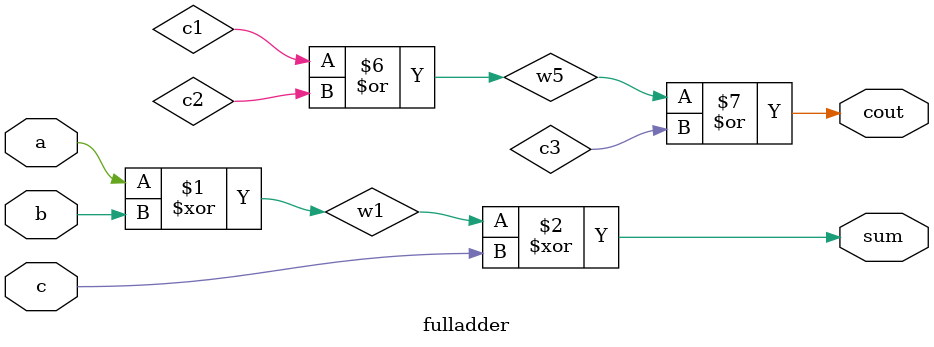
<source format=v>
module fulladder(sum,cout,a,b,c);
input a,b,c;
output sum,cout;
wire w1,w2,w3,w4,w5;
xor x1(w1,a,b);
xor x2(sum,w1,c);
and a1(w2,a,b);
and a2(w3,b,c);
and a3(w4,a,c);
or o1(w5,c1,c2);
or o2(cout,w5,c3);
endmodule

</source>
